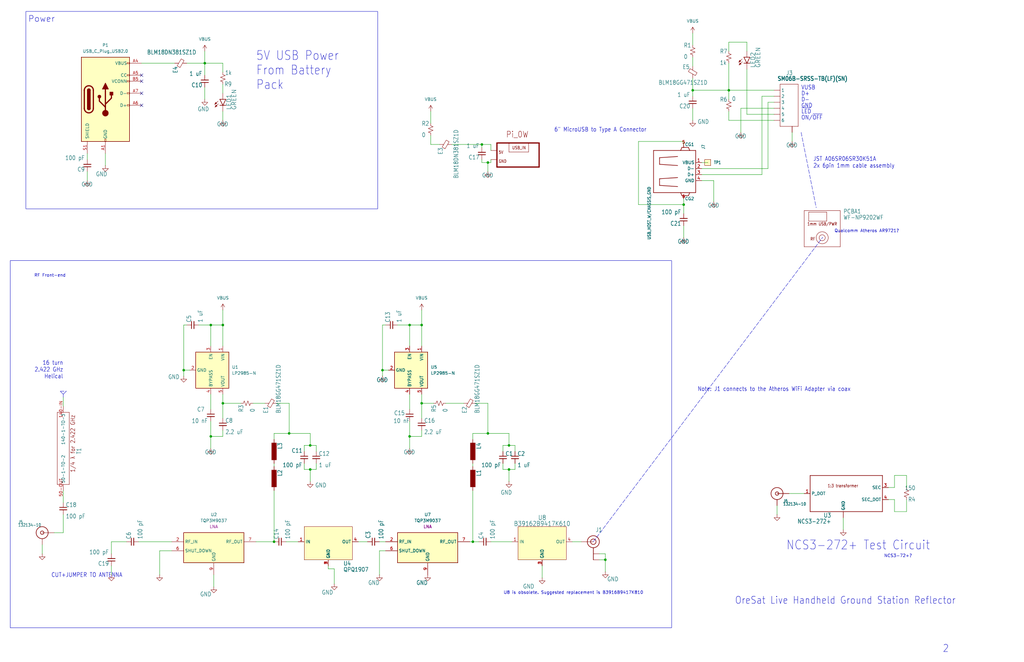
<source format=kicad_sch>
(kicad_sch (version 20231120) (generator "eeschema") (generator_version "8.0")
  (paper "B")
  (title_block (title "OreSat Live Handheld Ground Station") (date "2024-09-10") (rev "2"))
  (lib_symbols
    (symbol "Connector:USB_C_Plug_USB2.0" (pin_names (offset 1.016))
      (property "Reference" "P" (at -10.16 19.05 0))
      (property "Value" "USB_C_Plug_USB2.0" (at 12.7 19.05 0))
      (symbol "USB_C_Plug_USB2.0_1_1"
        (pin passive line (at 0 -22.86 90) (length 5.08) (name "GND") (number "A1"))
        (pin passive line (at 0 -22.86 90) (length 5.08) hide (name "GND") (number "A12"))
        (pin passive line (at 15.24 15.24 180) (length 5.08) (name "VBUS") (number "A4"))
        (pin bidirectional line (at 15.24 10.16 180) (length 5.08) (name "CC") (number "A5"))
        (pin bidirectional line (at 15.24 -2.54 180) (length 5.08) (name "D+") (number "A6"))
        (pin bidirectional line (at 15.24 2.54 180) (length 5.08) (name "D-") (number "A7"))
        (pin passive line (at 15.24 15.24 180) (length 5.08) hide (name "VBUS") (number "A9"))
        (pin passive line (at 0 -22.86 90) (length 5.08) hide (name "GND") (number "B1"))
        (pin passive line (at 0 -22.86 90) (length 5.08) hide (name "GND") (number "B12"))
        (pin passive line (at 15.24 15.24 180) (length 5.08) hide (name "VBUS") (number "B4"))
        (pin bidirectional line (at 15.24 7.62 180) (length 5.08) (name "VCONN") (number "B5"))
        (pin passive line (at 15.24 15.24 180) (length 5.08) hide (name "VBUS") (number "B9"))
        (pin passive line (at -7.62 -22.86 90) (length 5.08) (name "SHIELD") (number "S1"))
      )
    )
    (symbol "Device:C_Small" (pin_numbers hide) (pin_names (offset 0.254) hide)
      (property "Reference" "C" (at 0.254 1.778 0))
      (property "Value" "C_Small" (at 0.254 -2.032 0))
      (symbol "C_Small_1_1"
        (pin passive line (at 0 2.54 270) (length 2.032) (name "~") (number "1"))
        (pin passive line (at 0 -2.54 90) (length 2.032) (name "~") (number "2"))
      )
    )
    (symbol "Device:FerriteBead_Small" (pin_numbers hide) (pin_names (offset 0))
      (property "Reference" "FB" (at 1.905 1.27 0))
      (property "Value" "FerriteBead_Small" (at 1.905 -1.27 0))
      (symbol "FerriteBead_Small_1_1"
        (pin passive line (at 0 2.54 270) (length 1.27) (name "~") (number "1"))
        (pin passive line (at 0 -2.54 90) (length 1.27) (name "~") (number "2"))
      )
    )
    (symbol "Device:R_Small_US" (pin_numbers hide) (pin_names (offset 0.254) hide)
      (property "Reference" "R" (at 0.762 0.508 0))
      (property "Value" "R_Small_US" (at 0.762 -1.016 0))
      (symbol "R_Small_US_1_1"
        (pin passive line (at 0 2.54 270) (length 1.016) (name "~") (number "1"))
        (pin passive line (at 0 -2.54 90) (length 1.016) (name "~") (number "2"))
      )
    )
    (symbol "HGS_Reflector-eagle-import:132134-10"
      (property "Reference" "J" (at 2.54 -3.81 0))
      (property "Value" "132134-10" (at 2.54 -5.08 0))
      (symbol "132134-10_1_0"
        (pin passive line (at 5.08 0 180) (length 5.08) (name "SIG") (number "CENTER"))
        (pin passive line (at 0 -5.08 90) (length 2.54) (name "GND") (number "SHIELD"))
      )
    )
    (symbol "HGS_Reflector-eagle-import:L-EUL3216C"
      (property "Reference" "L" (at -1.4986 -3.81 90))
      (property "Value" "L-EUL3216C" (at 3.302 -3.81 90))
      (symbol "L-EUL3216C_1_0"
        (pin passive line (at 0 5.08 270) (length 2.54) (name "1") (number "1"))
        (pin passive line (at 0 -5.08 90) (length 2.54) (name "2") (number "2"))
      )
    )
    (symbol "HGS_Reflector-eagle-import:LED-GREEN0603"
      (property "Reference" "D" (at -3.429 -4.572 90))
      (property "Value" "LED-GREEN0603" (at 1.905 -4.572 90))
      (symbol "LED-GREEN0603_1_0"
        (pin passive line (at 0 2.54 270) (length 2.54) (name "A") (number "A"))
        (pin passive line (at 0 -5.08 90) (length 2.54) (name "C") (number "C"))
      )
    )
    (symbol "HGS_Reflector-eagle-import:NCS3-272+"
      (property "Reference" "U" (at 5.08 -10.16 0))
      (property "Value" "NCS3-272+" (at 5.08 -12.7 0))
      (symbol "NCS3-272+_1_0"
        (text "1:3 transformer" (at -6.35 2.54 0) (effects (font (size 1.27 1.0795)) (justify left bottom)))
        (pin passive line (at 16.51 0 180) (length 2.54) (name "P_DOT") (number "1"))
        (pin power_in line (at 0 -10.16 90) (length 2.54) (name "GND") (number "2"))
        (pin passive line (at -19.05 2.54 0) (length 2.54) (name "SEC") (number "3"))
        (pin passive line (at -19.05 -2.54 0) (length 2.54) (name "SEC_DOT") (number "4"))
        (pin power_in line (at 0 -10.16 90) (length 2.54) (name "GND") (number "5"))
      )
    )
    (symbol "HGS_Reflector-eagle-import:QWT2.4222"
      (property "Reference" "T" (at -2.54 -7.62 0))
      (symbol "QWT2.4222_1_0"
        (text "1/4 λ for 2.422 GHz" (at -10.16 -5.08 0) (effects (font (size 1.778 1.5113)) (justify left bottom)))
        (pin passive line (at 17.78 0 180) (length 2.54) (name "140-1-TO-3") (number "140-IN"))
        (pin passive line (at -17.78 0 0) (length 2.54) (name "50-1-TO-2") (number "50-OUT"))
      )
    )
    (symbol "HGS_Reflector-eagle-import:RASP_PI_0WPI_0W"
      (symbol "RASP_PI_0WPI_0W_1_0"
        (text "5V" (at -8.255 -1.905 0) (effects (font (size 1.27 1.0795)) (justify left bottom)))
        (text "GND" (at -8.255 1.905 0) (effects (font (size 1.27 1.0795)) (justify left bottom)))
        (text "Pi_0W" (at -5.08 -10.16 0) (effects (font (size 2.54 2.159)) (justify left bottom)))
        (text "USB_IN" (at -2.54 -3.81 0) (effects (font (size 1.27 1.0795)) (justify left bottom)))
        (pin bidirectional line (at -11.43 -1.905 0) (length 2.54) (name "5V") (number "5V"))
        (pin bidirectional line (at -11.43 1.905 0) (length 2.54) (name "GND") (number "GND"))
      )
    )
    (symbol "HGS_Reflector-eagle-import:SM06B-SRSS-TB(LF)(SN)"
      (property "Reference" "J" (at -5.08 10.16 0))
      (property "Value" "SM06B-SRSS-TB(LF)(SN)" (at -5.08 7.62 0))
      (symbol "SM06B-SRSS-TB(LF)(SN)_1_0"
        (pin passive line (at -7.62 5.08 0) (length 2.54) (name "1") (number "1"))
        (pin passive line (at -7.62 2.54 0) (length 2.54) (name "2") (number "2"))
        (pin passive line (at -7.62 0 0) (length 2.54) (name "3") (number "3"))
        (pin passive line (at -7.62 -2.54 0) (length 2.54) (name "4") (number "4"))
        (pin passive line (at -7.62 -5.08 0) (length 2.54) (name "5") (number "5"))
        (pin passive line (at -7.62 -7.62 0) (length 2.54) (name "6") (number "6"))
        (pin passive line (at 0 -12.7 90) (length 2.54) (name "7") (number "7"))
        (pin passive line (at 0 -12.7 90) (length 2.54) (name "7") (number "8"))
      )
    )
    (symbol "HGS_Reflector-eagle-import:U.FL"
      (property "Reference" "J" (at -3.81 4.064 0))
      (symbol "U.FL_1_0"
        (pin bidirectional line (at -2.54 -5.08 0) (length 2.54) (name "GND@0") (number "1"))
        (pin bidirectional line (at -2.54 -7.62 0) (length 2.54) (name "GND@1") (number "2"))
        (pin bidirectional line (at 5.08 0 180) (length 5.08) (name "SIGNAL") (number "FEED"))
      )
    )
    (symbol "HGS_Reflector-eagle-import:USB_HOST_W/CHASSIS_GND"
      (property "Reference" "X" (at -12.7 12.7 0))
      (property "Value" "USB_HOST_W{slash}CHASSIS_GND" (at 5.08 -10.16 0))
      (symbol "USB_HOST_W/CHASSIS_GND_1_0"
        (pin bidirectional line (at -5.08 12.7 270) (length 2.54) (name "VBUS") (number "1"))
        (pin bidirectional line (at -2.54 12.7 270) (length 2.54) (name "D-") (number "2"))
        (pin bidirectional line (at 0 12.7 270) (length 2.54) (name "D+") (number "3"))
        (pin bidirectional line (at 2.54 12.7 270) (length 2.54) (name "GND") (number "4"))
        (pin bidirectional line (at -12.7 5.08 90) (length 0) (name "CG1") (number "5"))
        (pin bidirectional line (at 10.16 5.08 90) (length 0) (name "CG2") (number "6"))
      )
    )
    (symbol "HGS_Reflector-eagle-import:WF-NP9202WF"
      (property "Reference" "PCBA" (at -2.54 -10.16 0))
      (property "Value" "WF-NP9202WF" (at -2.54 -12.7 0))
      (symbol "WF-NP9202WF_1_0"
        (text "1mm USB/PWR" (at -6.35 1.27 0) (effects (font (size 1.27 1.0795)) (justify left bottom)))
        (text "RF" (at -5.08 -5.08 0) (effects (font (size 1.27 1.0795)) (justify left bottom)))
      )
    )
    (symbol "oresat-ics:LP2985-N"
      (property "Reference" "U" (at 0 10.16 0))
      (property "Value" "LP2985-N" (at 0 7.62 0))
      (symbol "LP2985-N_1_1"
        (pin power_in line (at -10.16 3.81 0) (length 2.54) (name "VIN") (number "1"))
        (pin power_in line (at 0 -10.16 90) (length 2.54) (name "GND") (number "2"))
        (pin input line (at -10.16 -1.27 0) (length 2.54) (name "EN") (number "3"))
        (pin passive line (at 10.16 -1.27 180) (length 2.54) (name "BYPASS") (number "4"))
        (pin power_out line (at 10.16 3.81 180) (length 2.54) (name "VOUT") (number "5"))
      )
    )
    (symbol "oresat-ics:QPQ1907"
      (property "Reference" "U" (at -20.32 7.62 0))
      (symbol "QPQ1907_1_0"
        (pin input line (at -12.7 0 0) (length 2.54) (name "IN") (number "1"))
        (pin power_in line (at 0 -10.16 90) (length 2.54) (name "GND") (number "2"))
        (pin power_in line (at 0 -10.16 90) (length 2.54) (name "GND") (number "3"))
        (pin output line (at 12.7 0 180) (length 2.54) (name "OUT") (number "4"))
        (pin power_in line (at 0 -10.16 90) (length 2.54) (name "GND") (number "5"))
      )
    )
    (symbol "oresat-ics:TQP3M9037_1"
      (property "Reference" "U26" (at 17.272 -4.572 0))
      (property "Value" "TQP3M9037" (at 16.764 -7.62 0))
      (property "Description" "LNA" (at 16.51 -10.16 0))
      (symbol "TQP3M9037_1_1_1"
        (pin no_connect line (at 29.21 -30.48 90) (length 5.08) hide (name "NC_1") (number "1"))
        (pin passive line (at 0 -16.51 0) (length 5.08) (name "RF_IN") (number "2"))
        (pin no_connect line (at 25.4 -30.48 90) (length 5.08) hide (name "NC_2") (number "3"))
        (pin no_connect line (at 22.86 -30.48 90) (length 5.08) hide (name "NC_3") (number "4"))
        (pin no_connect line (at 35.56 -21.59 180) (length 5.08) hide (name "NC_4") (number "5"))
        (pin passive line (at 0 -20.32 0) (length 5.08) (name "SHUT_DOWN") (number "6"))
        (pin passive line (at 35.56 -16.51 180) (length 5.08) (name "RF_OUT") (number "7"))
        (pin no_connect line (at 35.56 -24.13 180) (length 5.08) hide (name "NC_5") (number "8"))
        (pin passive line (at 17.78 -30.48 90) (length 5.08) (name "GND") (number "9"))
      )
    )
    (symbol "oresat-misc:Test-Point-0.75mm-th" (exclude_from_sim yes) (in_bom no)
      (property "Reference" "TP" (at 0 2.54 0))
      (symbol "Test-Point-0.75mm-th_1_0"
        (pin passive line (at 0 0 0) (length 0) (name "1") (number "1"))
      )
    )
    (symbol "power:GND" (power) (pin_numbers hide) (pin_names (offset 0) hide)
      (property "Value" "GND" (at 0 -3.81 0))
      (symbol "GND_1_1"
        (pin power_in line (at 0 0 270) (length 0) (name "~") (number "1"))
      )
    )
    (symbol "power:VBUS" (power) (pin_numbers hide) (pin_names (offset 0) hide)
      (property "Value" "VBUS" (at 0 3.556 0))
      (symbol "VBUS_1_1"
        (pin power_in line (at 0 0 90) (length 0) (name "~") (number "1"))
      )
    )
  )
  (junction (at 172.72 184.15))
  (junction (at 214.63 198.12))
  (junction (at 88.9 184.15))
  (junction (at 77.47 156.21))
  (junction (at 255.27 236.22))
  (junction (at 177.8 170.18))
  (junction (at 93.98 137.16))
  (junction (at 292.1 38.1))
  (junction (at 121.92 182.88))
  (junction (at 203.2 60.96))
  (junction (at 130.81 198.12))
  (junction (at 214.63 187.96))
  (junction (at 307.34 38.1))
  (junction (at 88.9 137.16))
  (junction (at 172.72 137.16))
  (junction (at 205.74 182.88))
  (junction (at 86.36 26.67))
  (junction (at 205.74 68.58))
  (junction (at 177.8 137.16))
  (junction (at 161.29 156.21))
  (junction (at 288.29 86.36))
  (junction (at 93.98 170.18))
  (junction (at 130.81 187.96))
  (junction (at 199.39 228.6))
  (junction (at 115.57 228.6))
  (no_connect (at 59.69 31.75))
  (no_connect (at 59.69 44.45))
  (no_connect (at 59.69 34.29))
  (no_connect (at 59.69 39.37))
  (polyline (pts (xy 26.67 167.64) (xy 26.67 166.37)) (stroke (width 0) (type dash)))
  (wire (pts (xy 83.82 137.16) (xy 88.9 137.16)))
  (wire (pts (xy 382.27 200.66) (xy 382.27 205.74)))
  (wire (pts (xy 307.34 17.78) (xy 307.34 21.59)))
  (wire (pts (xy 292.1 24.13) (xy 292.1 27.94)))
  (wire (pts (xy 160.02 228.6) (xy 162.56 228.6)))
  (wire (pts (xy 172.72 172.72) (xy 172.72 166.37)))
  (wire (pts (xy 93.98 26.67) (xy 93.98 30.48)))
  (wire (pts (xy 199.39 182.88) (xy 205.74 182.88)))
  (wire (pts (xy 288.29 59.69) (xy 269.24 59.69)))
  (wire (pts (xy 161.29 156.21) (xy 161.29 158.75)))
  (wire (pts (xy 67.31 232.41) (xy 67.31 242.57)))
  (wire (pts (xy 160.02 232.41) (xy 160.02 242.57)))
  (wire (pts (xy 217.17 187.96) (xy 217.17 190.5)))
  (wire (pts (xy 133.35 198.12) (xy 130.81 198.12)))
  (wire (pts (xy 214.63 187.96) (xy 214.63 182.88)))
  (wire (pts (xy 90.17 242.57) (xy 90.17 247.65)))
  (wire (pts (xy 172.72 184.15) (xy 172.72 189.23)))
  (wire (pts (xy 205.74 170.18) (xy 205.74 182.88)))
  (wire (pts (xy 323.85 71.12) (xy 323.85 43.18)))
  (polyline (pts (xy 26.67 166.37) (xy 25.4 165.1)) (stroke (width 0) (type dash)))
  (wire (pts (xy 185.42 60.96) (xy 181.61 60.96)))
  (wire (pts (xy 115.57 185.42) (xy 115.57 182.88)))
  (wire (pts (xy 295.91 71.12) (xy 323.85 71.12)))
  (wire (pts (xy 26.67 217.17) (xy 26.67 224.79)))
  (wire (pts (xy 172.72 177.8) (xy 172.72 184.15)))
  (wire (pts (xy 138.43 238.76) (xy 138.43 240.03)))
  (wire (pts (xy 93.98 35.56) (xy 93.98 39.37)))
  (wire (pts (xy 199.39 195.58) (xy 199.39 196.85)))
  (wire (pts (xy 93.98 181.61) (xy 93.98 184.15)))
  (wire (pts (xy 107.95 228.6) (xy 115.57 228.6)))
  (wire (pts (xy 140.97 240.03) (xy 140.97 246.38)))
  (wire (pts (xy 228.6 238.76) (xy 228.6 243.84)))
  (wire (pts (xy 116.84 170.18) (xy 121.92 170.18)))
  (wire (pts (xy 255.27 236.22) (xy 255.27 241.3)))
  (wire (pts (xy 214.63 198.12) (xy 214.63 203.2)))
  (wire (pts (xy 161.29 156.21) (xy 163.83 156.21)))
  (wire (pts (xy 86.36 26.67) (xy 86.36 31.75)))
  (wire (pts (xy 307.34 17.78) (xy 314.96 17.78)))
  (wire (pts (xy 167.64 137.16) (xy 172.72 137.16)))
  (wire (pts (xy 121.92 182.88) (xy 121.92 170.18)))
  (wire (pts (xy 130.81 187.96) (xy 133.35 187.96)))
  (wire (pts (xy 377.19 200.66) (xy 382.27 200.66)))
  (wire (pts (xy 151.13 228.6) (xy 154.94 228.6)))
  (wire (pts (xy 26.67 171.45) (xy 26.67 167.64)))
  (wire (pts (xy 46.99 228.6) (xy 46.99 233.68)))
  (wire (pts (xy 36.83 72.39) (xy 36.83 76.2)))
  (wire (pts (xy 86.36 21.59) (xy 86.36 26.67)))
  (wire (pts (xy 115.57 195.58) (xy 115.57 196.85)))
  (wire (pts (xy 172.72 137.16) (xy 177.8 137.16)))
  (wire (pts (xy 334.01 55.88) (xy 334.01 59.69)))
  (wire (pts (xy 288.29 95.25) (xy 288.29 100.33)))
  (wire (pts (xy 288.29 60.96) (xy 288.29 59.69)))
  (wire (pts (xy 374.65 210.82) (xy 377.19 210.82)))
  (wire (pts (xy 162.56 232.41) (xy 160.02 232.41)))
  (polyline (pts (xy 25.4 165.1) (xy 27.94 165.1)) (stroke (width 0) (type dash)))
  (wire (pts (xy 214.63 187.96) (xy 217.17 187.96)))
  (wire (pts (xy 255.27 236.22) (xy 252.73 236.22)))
  (wire (pts (xy 77.47 156.21) (xy 80.01 156.21)))
  (wire (pts (xy 332.74 208.28) (xy 339.09 208.28)))
  (wire (pts (xy 205.74 68.58) (xy 205.74 72.39)))
  (wire (pts (xy 58.42 228.6) (xy 72.39 228.6)))
  (wire (pts (xy 77.47 137.16) (xy 77.47 156.21)))
  (wire (pts (xy 321.31 40.64) (xy 321.31 73.66)))
  (wire (pts (xy 300.99 76.2) (xy 300.99 85.09)))
  (wire (pts (xy 88.9 177.8) (xy 88.9 184.15)))
  (wire (pts (xy 161.29 137.16) (xy 161.29 156.21)))
  (wire (pts (xy 321.31 73.66) (xy 295.91 73.66)))
  (wire (pts (xy 255.27 236.22) (xy 255.27 233.68)))
  (wire (pts (xy 326.39 48.26) (xy 314.96 48.26)))
  (wire (pts (xy 214.63 182.88) (xy 205.74 182.88)))
  (wire (pts (xy 288.29 86.36) (xy 288.29 90.17)))
  (wire (pts (xy 212.09 198.12) (xy 212.09 195.58)))
  (wire (pts (xy 201.93 228.6) (xy 199.39 228.6)))
  (wire (pts (xy 22.86 224.79) (xy 26.67 224.79)))
  (wire (pts (xy 177.8 170.18) (xy 182.88 170.18)))
  (wire (pts (xy 207.01 68.58) (xy 205.74 68.58)))
  (wire (pts (xy 93.98 46.99) (xy 93.98 50.8)))
  (wire (pts (xy 44.45 64.77) (xy 44.45 69.85)))
  (wire (pts (xy 128.27 187.96) (xy 130.81 187.96)))
  (wire (pts (xy 17.78 229.87) (xy 17.78 233.68)))
  (wire (pts (xy 133.35 195.58) (xy 133.35 198.12)))
  (wire (pts (xy 269.24 86.36) (xy 288.29 86.36)))
  (wire (pts (xy 323.85 43.18) (xy 326.39 43.18)))
  (wire (pts (xy 203.2 60.96) (xy 203.2 62.23)))
  (wire (pts (xy 298.45 68.58) (xy 295.91 68.58)))
  (wire (pts (xy 128.27 198.12) (xy 130.81 198.12)))
  (wire (pts (xy 93.98 137.16) (xy 93.98 130.81)))
  (wire (pts (xy 128.27 198.12) (xy 128.27 195.58)))
  (wire (pts (xy 130.81 182.88) (xy 130.81 187.96)))
  (wire (pts (xy 198.12 228.6) (xy 199.39 228.6)))
  (wire (pts (xy 292.1 38.1) (xy 292.1 40.64)))
  (wire (pts (xy 314.96 48.26) (xy 314.96 29.21)))
  (wire (pts (xy 292.1 38.1) (xy 307.34 38.1)))
  (wire (pts (xy 121.92 182.88) (xy 130.81 182.88)))
  (wire (pts (xy 212.09 187.96) (xy 214.63 187.96)))
  (polyline (pts (xy 250.19 228.6) (xy 346.964 100.076)) (stroke (width 0) (type dash)))
  (wire (pts (xy 307.34 38.1) (xy 307.34 41.91)))
  (wire (pts (xy 307.34 26.67) (xy 307.34 38.1)))
  (wire (pts (xy 292.1 38.1) (xy 292.1 33.02)))
  (wire (pts (xy 187.96 170.18) (xy 195.58 170.18)))
  (wire (pts (xy 128.27 187.96) (xy 128.27 190.5)))
  (wire (pts (xy 177.8 170.18) (xy 177.8 166.37)))
  (wire (pts (xy 115.57 228.6) (xy 115.57 207.01)))
  (wire (pts (xy 120.65 228.6) (xy 125.73 228.6)))
  (polyline (pts (xy 337.82 55.88) (xy 344.17 87.63)) (stroke (width 0) (type dash)))
  (wire (pts (xy 172.72 184.15) (xy 177.8 184.15)))
  (wire (pts (xy 46.99 238.76) (xy 46.99 242.57)))
  (wire (pts (xy 212.09 198.12) (xy 214.63 198.12)))
  (wire (pts (xy 138.43 240.03) (xy 140.97 240.03)))
  (wire (pts (xy 177.8 181.61) (xy 177.8 184.15)))
  (wire (pts (xy 77.47 156.21) (xy 77.47 158.75)))
  (wire (pts (xy 115.57 182.88) (xy 121.92 182.88)))
  (wire (pts (xy 93.98 170.18) (xy 93.98 166.37)))
  (wire (pts (xy 241.3 228.6) (xy 245.11 228.6)))
  (wire (pts (xy 86.36 36.83) (xy 86.36 41.91)))
  (polyline (pts (xy 27.94 165.1) (xy 26.67 166.37)) (stroke (width 0) (type dash)))
  (wire (pts (xy 255.27 233.68) (xy 252.73 233.68)))
  (wire (pts (xy 205.74 68.58) (xy 203.2 68.58)))
  (wire (pts (xy 88.9 137.16) (xy 88.9 146.05)))
  (wire (pts (xy 314.96 17.78) (xy 314.96 21.59)))
  (wire (pts (xy 177.8 137.16) (xy 177.8 130.81)))
  (wire (pts (xy 200.66 170.18) (xy 205.74 170.18)))
  (wire (pts (xy 177.8 137.16) (xy 177.8 146.05)))
  (wire (pts (xy 133.35 187.96) (xy 133.35 190.5)))
  (wire (pts (xy 88.9 184.15) (xy 88.9 189.23)))
  (wire (pts (xy 53.34 228.6) (xy 46.99 228.6)))
  (wire (pts (xy 88.9 184.15) (xy 93.98 184.15)))
  (wire (pts (xy 269.24 59.69) (xy 269.24 86.36)))
  (wire (pts (xy 217.17 198.12) (xy 214.63 198.12)))
  (wire (pts (xy 77.47 137.16) (xy 78.74 137.16)))
  (wire (pts (xy 93.98 170.18) (xy 101.6 170.18)))
  (wire (pts (xy 106.68 170.18) (xy 111.76 170.18)))
  (wire (pts (xy 181.61 57.15) (xy 181.61 60.96)))
  (wire (pts (xy 292.1 13.97) (xy 292.1 19.05)))
  (wire (pts (xy 199.39 228.6) (xy 199.39 207.01)))
  (wire (pts (xy 326.39 40.64) (xy 321.31 40.64)))
  (wire (pts (xy 295.91 76.2) (xy 300.99 76.2)))
  (wire (pts (xy 161.29 137.16) (xy 162.56 137.16)))
  (wire (pts (xy 203.2 67.31) (xy 203.2 68.58)))
  (wire (pts (xy 377.19 210.82) (xy 377.19 215.9)))
  (wire (pts (xy 374.65 205.74) (xy 377.19 205.74)))
  (wire (pts (xy 93.98 137.16) (xy 93.98 146.05)))
  (wire (pts (xy 26.67 207.01) (xy 26.67 212.09)))
  (wire (pts (xy 207.01 228.6) (xy 215.9 228.6)))
  (wire (pts (xy 307.34 50.8) (xy 326.39 50.8)))
  (wire (pts (xy 212.09 187.96) (xy 212.09 190.5)))
  (wire (pts (xy 288.29 83.82) (xy 288.29 86.36)))
  (wire (pts (xy 86.36 26.67) (xy 93.98 26.67)))
  (wire (pts (xy 130.81 198.12) (xy 130.81 203.2)))
  (wire (pts (xy 355.6 218.44) (xy 355.6 223.52)))
  (wire (pts (xy 377.19 205.74) (xy 377.19 200.66)))
  (wire (pts (xy 207.01 67.31) (xy 207.01 68.58)))
  (wire (pts (xy 377.19 215.9) (xy 382.27 215.9)))
  (wire (pts (xy 207.01 60.96) (xy 207.01 63.5)))
  (wire (pts (xy 177.8 170.18) (xy 177.8 176.53)))
  (wire (pts (xy 36.83 64.77) (xy 36.83 67.31)))
  (wire (pts (xy 181.61 46.99) (xy 181.61 52.07)))
  (wire (pts (xy 88.9 172.72) (xy 88.9 166.37)))
  (wire (pts (xy 78.74 26.67) (xy 86.36 26.67)))
  (wire (pts (xy 203.2 60.96) (xy 207.01 60.96)))
  (wire (pts (xy 199.39 185.42) (xy 199.39 182.88)))
  (wire (pts (xy 172.72 137.16) (xy 172.72 146.05)))
  (wire (pts (xy 326.39 45.72) (xy 312.42 45.72)))
  (wire (pts (xy 59.69 26.67) (xy 73.66 26.67)))
  (wire (pts (xy 307.34 38.1) (xy 326.39 38.1)))
  (wire (pts (xy 307.34 46.99) (xy 307.34 50.8)))
  (wire (pts (xy 93.98 170.18) (xy 93.98 176.53)))
  (wire (pts (xy 67.31 232.41) (xy 72.39 232.41)))
  (wire (pts (xy 292.1 45.72) (xy 292.1 50.8)))
  (wire (pts (xy 217.17 195.58) (xy 217.17 198.12)))
  (wire (pts (xy 312.42 45.72) (xy 312.42 55.88)))
  (wire (pts (xy 88.9 137.16) (xy 93.98 137.16)))
  (wire (pts (xy 190.5 60.96) (xy 203.2 60.96)))
  (wire (pts (xy 382.27 210.82) (xy 382.27 215.9)))
  (wire (pts (xy 327.66 213.36) (xy 327.66 217.17)))
  (rectangle (start 10.922 4.826) (end 159.258 88.138))
  (rectangle (start 4.318 109.982) (end 283.21 264.922))
  (text "JST A06SR06SR30K51A\n2x 6pin 1mm cable assembly" (at 342.9 71.12 0) (effects (font (size 1.778 1.5113)) (justify left bottom)))
  (text "Qualcomm Atheros AR9721?" (at 365.506 97.536 0) (effects (font (size 1.27 1.27))))
  (text "CUT+JUMPER TO ANTENNA" (at 21.59 243.84 0) (effects (font (size 1.778 1.5113)) (justify left bottom)))
  (text "6\" MicroUSB to Type A Connector" (at 233.68 55.88 0) (effects (font (size 1.778 1.5113)) (justify left bottom)))
  (text "2" (at 397.51 275.59 0) (effects (font (size 3.048 2.5908)) (justify left bottom)))
  (text "ON/~{OFF}" (at 337.82 50.8 0) (effects (font (size 1.778 1.5113)) (justify left bottom)))
  (text "Note: J1 connects to the Atheros WiFi Adapter via coax" (at 294.132 165.354 0) (effects (font (size 1.778 1.5113)) (justify left bottom)))
  (text "5V USB Power\nFrom Battery\nPack" (at 107.95 38.1 0) (effects (font (size 3.81 3.2385)) (justify left bottom)))
  (text "D-" (at 337.82 43.18 0) (effects (font (size 1.778 1.5113)) (justify left bottom)))
  (text "OreSat Live Handheld Ground Station Reflector" (at 309.88 255.27 0) (effects (font (size 3.048 2.5908)) (justify left bottom)))
  (text "VUSB" (at 337.82 38.1 0) (effects (font (size 1.778 1.5113)) (justify left bottom)))
  (text "RF Front-end" (at 21.082 116.332 0) (effects (font (size 1.27 1.27))))
  (text "NCS3-272+ Test Circuit" (at 331.47 232.41 0) (effects (font (size 3.81 3.2385)) (justify left bottom)))
  (text "16 turn\n2.422 GHz\nHelical" (at 26.67 160.02 0) (effects (font (size 1.778 1.5113)) (justify right bottom)))
  (text "Power" (at 17.526 8.128 0) (effects (font (size 2.54 2.54))))
  (text "~{LED}" (at 337.82 48.26 0) (effects (font (size 1.778 1.5113)) (justify left bottom)))
  (text "U8 is obsolete. Suggested replacement is B3916B9417K810" (at 241.808 250.19 0) (effects (font (size 1.27 1.27))))
  (text "D+" (at 337.82 40.64 0) (effects (font (size 1.778 1.5113)) (justify left bottom)))
  (text "NCS3-72+?" (at 378.714 234.696 0) (effects (font (size 1.27 1.27))))
  (text "GND" (at 337.82 45.72 0) (effects (font (size 1.778 1.5113)) (justify left bottom)))
  (symbol (lib_id "Device:R_Small_US") (at 104.14 170.18 90) (unit 1)
    (property "Reference" "R3" (at 102.6414 173.99 0) (effects (font (size 1.778 1.5113)) (justify left bottom)))
    (property "Value" "0" (at 107.442 173.99 0) (effects (font (size 1.778 1.5113)) (justify left bottom)))
    (property "Footprint" ".0603-B-NOSILK" (effects (hide yes)))
    (property "Description" "Resistor, small US symbol" (effects (hide yes)))
  )
  (symbol (lib_id "power:GND") (at 46.99 242.57 0) (unit 1)
    (property "Reference" "#GND022" (effects (hide yes)))
    (property "Value" "GND" (effects (hide yes)))
    (property "Description" "Power symbol creates a global label with name \"GND\" , ground" (effects (hide yes)))
  )
  (symbol (lib_id "power:GND") (at 17.78 233.68 0) (unit 1)
    (property "Reference" "#GND010" (effects (hide yes)))
    (property "Value" "GND" (effects (hide yes)))
    (property "Description" "Power symbol creates a global label with name \"GND\" , ground" (effects (hide yes)))
  )
  (symbol (lib_id "Device:C_Small") (at 128.27 193.04 0) (unit 1)
    (property "Reference" "C11" (at 122.936 191.135 0) (effects (font (size 1.778 1.5113)) (justify left bottom)))
    (property "Value" "100 pF" (at 119.126 197.231 0) (effects (font (size 1.778 1.5113)) (justify left bottom)))
    (property "Footprint" ".0603-C-NOSILK" (effects (hide yes)))
    (property "Description" "Unpolarized capacitor, small symbol" (effects (hide yes)))
  )
  (symbol (lib_id "Device:R_Small_US") (at 93.98 33.02 180) (unit 1)
    (property "Reference" "R9" (at 97.79 34.5186 0) (effects (font (size 1.778 1.5113)) (justify left bottom)))
    (property "Value" "1k" (at 97.79 29.718 0) (effects (font (size 1.778 1.5113)) (justify left bottom)))
    (property "Footprint" ".0603-B-NOSILK" (effects (hide yes)))
    (property "Description" "Resistor, small US symbol" (effects (hide yes)))
  )
  (symbol (lib_id "HGS_Reflector-eagle-import:L-EUL3216C") (at 115.57 190.5 180) (unit 1)
    (property "Reference" "L3" (at 117.0686 186.69 90) (effects (font (size 1.778 1.5113)) (justify left bottom)))
    (property "Value" "8n" (effects (hide yes)))
    (property "Footprint" "L3216C" (effects (hide yes)))
  )
  (symbol (lib_id "Device:C_Small") (at 46.99 236.22 180) (unit 1)
    (property "Reference" "C19" (at 45.974 236.855 0) (effects (font (size 1.778 1.5113)) (justify left bottom)))
    (property "Value" "100 pF" (at 45.974 232.029 0) (effects (font (size 1.778 1.5113)) (justify left bottom)))
    (property "Footprint" ".0402-C-NOSILK" (effects (hide yes)))
    (property "Description" "Unpolarized capacitor, small symbol" (effects (hide yes)))
  )
  (symbol (lib_id "Device:FerriteBead_Small") (at 292.1 30.48 0) (unit 1)
    (property "Reference" "E5" (at 287.782 29.21 0) (effects (font (size 1.778 1.5113)) (justify left bottom)))
    (property "Value" "BLM18GG471SZ1D" (at 277.622 35.814 0) (effects (font (size 1.778 1.5113)) (justify left bottom)))
    (property "Footprint" ".0603-B" (effects (hide yes)))
    (property "Description" "Ferrite bead, small symbol" (effects (hide yes)))
  )
  (symbol (lib_id "HGS_Reflector-eagle-import:QWT2.4222") (at 26.67 189.23 90) (unit 1)
    (property "Reference" "T1" (at 34.29 191.77 0) (effects (font (size 1.778 1.5113)) (justify left bottom)))
    (property "Value" "QWT2.4222" (effects (hide yes)))
    (property "Footprint" "QWT_2.422G-V2" (effects (hide yes)))
  )
  (symbol (lib_id "power:GND") (at 36.83 76.2 0) (unit 1)
    (property "Reference" "#GND012" (effects (hide yes)))
    (property "Value" "GND" (at 34.29 78.74 0) (effects (font (size 1.778 1.5113)) (justify left bottom)))
    (property "Description" "Power symbol creates a global label with name \"GND\" , ground" (effects (hide yes)))
  )
  (symbol (lib_id "power:GND") (at 214.63 203.2 0) (unit 1)
    (property "Reference" "#GND07" (effects (hide yes)))
    (property "Value" "GND" (at 211.074 208.788 0) (effects (font (size 1.778 1.5113)) (justify left bottom)))
    (property "Description" "Power symbol creates a global label with name \"GND\" , ground" (effects (hide yes)))
  )
  (symbol (lib_id "Device:R_Small_US") (at 307.34 24.13 0) (unit 1)
    (property "Reference" "R7" (at 303.53 22.6314 0) (effects (font (size 1.778 1.5113)) (justify left bottom)))
    (property "Value" "1k" (at 303.53 27.432 0) (effects (font (size 1.778 1.5113)) (justify left bottom)))
    (property "Footprint" ".0603-B-NOSILK" (effects (hide yes)))
    (property "Description" "Resistor, small US symbol" (effects (hide yes)))
  )
  (symbol (lib_id "HGS_Reflector-eagle-import:132134-10") (at 327.66 208.28 0) (unit 1)
    (property "Reference" "J6" (at 330.2 212.09 0) (effects (font (size 1.2708 1.0801)) (justify left bottom)))
    (property "Value" "132134-10" (at 330.2 213.36 0) (effects (font (size 1.2703 1.0797)) (justify left bottom)))
    (property "Footprint" "132134-10" (effects (hide yes)))
  )
  (symbol (lib_id "Connector:USB_C_Plug_USB2.0") (at 44.45 41.91 0) (unit 1)
    (property "Reference" "P1" (at 44.45 19.05 0))
    (property "Value" "USB_C_Plug_USB2.0" (at 44.45 21.59 0))
    (property "Datasheet" "https://www.usb.org/sites/default/files/documents/usb_type-c.zip" (effects (hide yes)))
    (property "Description" "USB 2.0-only Type-C Plug connector" (effects (hide yes)))
  )
  (symbol (lib_id "power:GND") (at 327.66 217.17 0) (unit 1)
    (property "Reference" "#GND020" (effects (hide yes)))
    (property "Value" "GND" (effects (hide yes)))
    (property "Description" "Power symbol creates a global label with name \"GND\" , ground" (effects (hide yes)))
  )
  (symbol (lib_id "Device:C_Small") (at 165.1 137.16 90) (unit 1)
    (property "Reference" "C13" (at 164.465 136.144 0) (effects (font (size 1.778 1.5113)) (justify left bottom)))
    (property "Value" "1 uF" (at 169.291 136.144 0) (effects (font (size 1.778 1.5113)) (justify left bottom)))
    (property "Footprint" ".0603-B-NOSILK" (effects (hide yes)))
    (property "Description" "Unpolarized capacitor, small symbol" (effects (hide yes)))
  )
  (symbol (lib_id "oresat-ics:LP2985-N") (at 90.17 156.21 270) (unit 1)
    (property "Reference" "U1" (at 97.79 154.9399 90) (effects (justify left)))
    (property "Value" "LP2985-N" (at 97.79 157.4799 90) (effects (justify left)))
    (property "Footprint" "Package_TO_SOT_SMD:SOT-23-5" (effects (hide yes)))
    (property "Datasheet" "https://www.ti.com/lit/ds/symlink/lp2985-n.pdf" (effects (hide yes)))
    (property "Description" "150-mA, Low-Noise, Low-Dropout Regulator With Shutdown" (effects (hide yes)))
  )
  (symbol (lib_id "HGS_Reflector-eagle-import:RASP_PI_0WPI_0W") (at 218.44 65.405 0) (mirror x) (unit 1)
    (property "Reference" "PCBA2" (effects (hide yes)))
    (property "Value" "RASP_PI_0WPI_0W" (effects (hide yes)))
    (property "Footprint" "RASP_PI_0W" (effects (hide yes)))
  )
  (symbol (lib_id "power:GND") (at 44.45 69.85 0) (unit 1)
    (property "Reference" "#GND014" (effects (hide yes)))
    (property "Value" "GND" (at 40.386 74.422 0) (effects (font (size 1.778 1.5113)) (justify left bottom)))
    (property "Description" "Power symbol creates a global label with name \"GND\" , ground" (effects (hide yes)))
  )
  (symbol (lib_id "power:GND") (at 334.01 59.69 0) (unit 1)
    (property "Reference" "#GND024" (effects (hide yes)))
    (property "Value" "GND" (at 331.47 62.23 0) (effects (font (size 1.778 1.5113)) (justify left bottom)))
    (property "Description" "Power symbol creates a global label with name \"GND\" , ground" (effects (hide yes)))
  )
  (symbol (lib_id "power:GND") (at 255.27 241.3 0) (mirror y) (unit 1)
    (property "Reference" "#GND02" (effects (hide yes)))
    (property "Value" "GND" (at 260.858 245.364 0) (effects (font (size 1.778 1.5113)) (justify left bottom)))
    (property "Description" "Power symbol creates a global label with name \"GND\" , ground" (effects (hide yes)))
  )
  (symbol (lib_id "power:GND") (at 77.47 158.75 0) (unit 1)
    (property "Reference" "#GND05" (effects (hide yes)))
    (property "Value" "GND" (at 70.866 160.02 0) (effects (font (size 1.778 1.5113)) (justify left bottom)))
    (property "Description" "Power symbol creates a global label with name \"GND\" , ground" (effects (hide yes)))
  )
  (symbol (lib_id "oresat-misc:Test-Point-0.75mm-th") (at 298.45 68.58 0) (unit 1) (exclude_from_sim yes) (in_bom no)
    (property "Reference" "TP1" (at 300.99 68.5799 0) (effects (font (size 1.27 1.0795)) (justify left)))
    (property "Value" "Test-Point" (effects (hide yes)))
    (property "Footprint" "oresat-misc:TestPoint-0.75mm-th" (effects (hide yes)))
    (property "Description" "0.75 mm TH test point; good for scope probes and jumpers" (effects (hide yes)))
  )
  (symbol (lib_id "power:GND") (at 93.98 50.8 0) (unit 1)
    (property "Reference" "#GND06" (effects (hide yes)))
    (property "Value" "GND" (at 91.44 53.34 0) (effects (font (size 1.778 1.5113)) (justify left bottom)))
    (property "Description" "Power symbol creates a global label with name \"GND\" , ground" (effects (hide yes)))
  )
  (symbol (lib_id "power:VBUS") (at 292.1 13.97 0) (unit 1)
    (property "Reference" "#PWR04" (effects (hide yes)))
    (property "Value" "VBUS" (at 292.1 8.89 0))
    (property "Description" "Power symbol creates a global label with name \"VBUS\"" (effects (hide yes)))
  )
  (symbol (lib_id "power:GND") (at 312.42 55.88 0) (unit 1)
    (property "Reference" "#GND025" (effects (hide yes)))
    (property "Value" "GND" (at 309.88 58.42 0) (effects (font (size 1.778 1.5113)) (justify left bottom)))
    (property "Description" "Power symbol creates a global label with name \"GND\" , ground" (effects (hide yes)))
  )
  (symbol (lib_id "Device:C_Small") (at 133.35 193.04 0) (unit 1)
    (property "Reference" "C12" (at 134.366 192.405 0) (effects (font (size 1.778 1.5113)) (justify left bottom)))
    (property "Value" "1 uF" (at 134.366 197.231 0) (effects (font (size 1.778 1.5113)) (justify left bottom)))
    (property "Footprint" ".0603-C-NOSILK" (effects (hide yes)))
    (property "Description" "Unpolarized capacitor, small symbol" (effects (hide yes)))
  )
  (symbol (lib_id "power:GND") (at 67.31 242.57 0) (unit 1)
    (property "Reference" "#GND015" (effects (hide yes)))
    (property "Value" "GND" (effects (hide yes)))
    (property "Description" "Power symbol creates a global label with name \"GND\" , ground" (effects (hide yes)))
  )
  (symbol (lib_id "Device:C_Small") (at 204.47 228.6 90) (unit 1)
    (property "Reference" "C4" (at 203.835 227.584 0) (effects (font (size 1.778 1.5113)) (justify left bottom)))
    (property "Value" "100 pF" (at 208.661 227.584 0) (effects (font (size 1.778 1.5113)) (justify left bottom)))
    (property "Footprint" ".0402-C-NOSILK" (effects (hide yes)))
    (property "Description" "Unpolarized capacitor, small symbol" (effects (hide yes)))
  )
  (symbol (lib_id "power:GND") (at 205.74 72.39 0) (unit 1)
    (property "Reference" "#GND019" (effects (hide yes)))
    (property "Value" "GND" (at 203.2 74.93 0) (effects (font (size 1.778 1.5113)) (justify left bottom)))
    (property "Description" "Power symbol creates a global label with name \"GND\" , ground" (effects (hide yes)))
  )
  (symbol (lib_id "power:VBUS") (at 177.8 130.81 0) (unit 1)
    (property "Reference" "#PWR05" (effects (hide yes)))
    (property "Value" "VBUS" (at 177.8 125.73 0))
    (property "Description" "Power symbol creates a global label with name \"VBUS\"" (effects (hide yes)))
  )
  (symbol (lib_id "Device:C_Small") (at 118.11 228.6 90) (unit 1)
    (property "Reference" "C14" (at 117.475 227.584 0) (effects (font (size 1.778 1.5113)) (justify left bottom)))
    (property "Value" "100 pF" (at 122.301 227.584 0) (effects (font (size 1.778 1.5113)) (justify left bottom)))
    (property "Footprint" ".0402-C-NOSILK" (effects (hide yes)))
    (property "Description" "Unpolarized capacitor, small symbol" (effects (hide yes)))
  )
  (symbol (lib_id "Device:C_Small") (at 288.29 92.71 180) (unit 1)
    (property "Reference" "C21" (at 287.274 93.345 0) (effects (font (size 1.778 1.5113)) (justify left bottom)))
    (property "Value" "100 pF" (at 287.274 88.519 0) (effects (font (size 1.778 1.5113)) (justify left bottom)))
    (property "Footprint" ".0603-C-NOSILK" (effects (hide yes)))
    (property "Description" "Unpolarized capacitor, small symbol" (effects (hide yes)))
  )
  (symbol (lib_id "oresat-ics:TQP3M9037_1") (at 162.56 212.09 0) (unit 1)
    (property "Reference" "U7" (at 180.34 217.17 0))
    (property "Value" "TQP3M9037" (at 180.34 219.71 0))
    (property "Footprint" "SON50P200X200X95-9N-D" (effects (hide yes)))
    (property "Datasheet" "https://www.qorvo.com/products/d/da005549" (effects (hide yes)))
    (property "Description" "LNA" (at 180.34 222.25 0))
    (property "Height" "0.95" (effects (hide yes)))
    (property "MFR" "Qorvo" (effects (hide yes)))
    (property "MPN" "TQP3M9037" (effects (hide yes)))
    (property "Mouser Part Number" "772-TQP3M9037" (effects (hide yes)))
    (property "Mouser Price/Stock" "https://www.mouser.co.uk/ProductDetail/Qorvo/TQP3M9037?qs=73ok1p1Z9vsY6%252BSqiDpCeg%3D%3D" (effects (hide yes)))
  )
  (symbol (lib_id "HGS_Reflector-eagle-import:USB_HOST_W/CHASSIS_GND") (at 283.21 73.66 270) (unit 1)
    (property "Reference" "J7" (at 295.91 60.96 0) (effects (font (size 1.27 1.0795)) (justify left bottom)))
    (property "Value" "USB_HOST_W{slash}CHASSIS_GND" (at 273.05 78.74 0) (effects (font (size 1.27 1.0795)) (justify left bottom)))
    (property "Footprint" "GHI2_USB_HOST_HORIZONTAL_W_CHASSIS_GND" (effects (hide yes)))
  )
  (symbol (lib_id "oresat-ics:QPQ1907") (at 138.43 228.6 0) (unit 1)
    (property "Reference" "U4" (at 144.78 238.76 0) (effects (font (size 1.778 1.5113)) (justify left bottom)))
    (property "Value" "QPQ1907" (at 144.78 241.3 0) (effects (font (size 1.778 1.5113)) (justify left bottom)))
    (property "Footprint" "oresat-ics:QPQ1907SR" (effects (hide yes)))
    (property "Description" "2.4GHz BPF" (effects (hide yes)))
  )
  (symbol (lib_id "Device:C_Small") (at 157.48 228.6 90) (unit 1)
    (property "Reference" "C3" (at 156.21 227.33 0) (effects (font (size 1.778 1.5113)) (justify left bottom)))
    (property "Value" "100 pF" (at 161.671 227.584 0) (effects (font (size 1.778 1.5113)) (justify left bottom)))
    (property "Footprint" ".0402-C-NOSILK" (effects (hide yes)))
    (property "Description" "Unpolarized capacitor, small symbol" (effects (hide yes)))
  )
  (symbol (lib_id "Device:C_Small") (at 93.98 179.07 0) (unit 1)
    (property "Reference" "C8" (at 94.996 178.435 0) (effects (font (size 1.778 1.5113)) (justify left bottom)))
    (property "Value" "2.2 uF" (at 94.996 183.261 0) (effects (font (size 1.778 1.5113)) (justify left bottom)))
    (property "Footprint" ".0603-B-NOSILK" (effects (hide yes)))
    (property "Description" "Unpolarized capacitor, small symbol" (effects (hide yes)))
  )
  (symbol (lib_id "power:GND") (at 180.34 242.57 0) (unit 1)
    (property "Reference" "#GND08" (effects (hide yes)))
    (property "Value" "GND" (at 175.514 246.888 0) (effects (font (size 1.778 1.5113)) (justify left bottom)))
    (property "Description" "Power symbol creates a global label with name \"GND\" , ground" (effects (hide yes)))
  )
  (symbol (lib_id "Device:C_Small") (at 36.83 69.85 180) (unit 1)
    (property "Reference" "C9" (at 35.814 70.485 0) (effects (font (size 1.778 1.5113)) (justify left bottom)))
    (property "Value" "100 pF" (at 35.814 65.659 0) (effects (font (size 1.778 1.5113)) (justify left bottom)))
    (property "Footprint" ".0603-C-NOSILK" (effects (hide yes)))
    (property "Description" "Unpolarized capacitor, small symbol" (effects (hide yes)))
  )
  (symbol (lib_id "power:GND") (at 288.29 100.33 0) (unit 1)
    (property "Reference" "#GND027" (effects (hide yes)))
    (property "Value" "GND" (at 285.75 102.87 0) (effects (font (size 1.778 1.5113)) (justify left bottom)))
    (property "Description" "Power symbol creates a global label with name \"GND\" , ground" (effects (hide yes)))
  )
  (symbol (lib_id "power:GND") (at 160.02 242.57 0) (unit 1)
    (property "Reference" "#GND03" (effects (hide yes)))
    (property "Value" "GND" (at 155.194 246.888 0) (effects (font (size 1.778 1.5113)) (justify left bottom)))
    (property "Description" "Power symbol creates a global label with name \"GND\" , ground" (effects (hide yes)))
  )
  (symbol (lib_id "Device:R_Small_US") (at 185.42 170.18 90) (unit 1)
    (property "Reference" "R5" (at 183.9214 173.99 0) (effects (font (size 1.778 1.5113)) (justify left bottom)))
    (property "Value" "0" (at 188.722 173.99 0) (effects (font (size 1.778 1.5113)) (justify left bottom)))
    (property "Footprint" ".0603-B-NOSILK" (effects (hide yes)))
    (property "Description" "Resistor, small US symbol" (effects (hide yes)))
  )
  (symbol (lib_id "power:VBUS") (at 93.98 130.81 0) (unit 1)
    (property "Reference" "#PWR01" (effects (hide yes)))
    (property "Value" "VBUS" (at 93.98 125.73 0))
    (property "Description" "Power symbol creates a global label with name \"VBUS\"" (effects (hide yes)))
  )
  (symbol (lib_id "power:GND") (at 228.6 243.84 0) (unit 1)
    (property "Reference" "#GND04" (effects (hide yes)))
    (property "Value" "GND" (at 220.472 248.412 0) (effects (font (size 1.778 1.5113)) (justify left bottom)))
    (property "Description" "Power symbol creates a global label with name \"GND\" , ground" (effects (hide yes)))
  )
  (symbol (lib_id "power:GND") (at 161.29 158.75 0) (unit 1)
    (property "Reference" "#GND017" (effects (hide yes)))
    (property "Value" "GND" (at 158.75 161.29 0) (effects (font (size 1.778 1.5113)) (justify left bottom)))
    (property "Description" "Power symbol creates a global label with name \"GND\" , ground" (effects (hide yes)))
  )
  (symbol (lib_id "Device:R_Small_US") (at 382.27 208.28 180) (unit 1)
    (property "Reference" "R4" (at 386.08 209.7786 0) (effects (font (size 1.778 1.5113)) (justify left bottom)))
    (property "Value" "150" (at 386.08 204.978 0) (effects (font (size 1.778 1.5113)) (justify left bottom)))
    (property "Footprint" ".0402-C-NOSILK" (effects (hide yes)))
    (property "Description" "Resistor, small US symbol" (effects (hide yes)))
  )
  (symbol (lib_id "HGS_Reflector-eagle-import:L-EUL3216C") (at 199.39 190.5 180) (unit 1)
    (property "Reference" "L4" (at 200.8886 186.69 90) (effects (font (size 1.778 1.5113)) (justify left bottom)))
    (property "Value" "8n" (effects (hide yes)))
    (property "Footprint" "L3216C" (effects (hide yes)))
  )
  (symbol (lib_id "Device:C_Small") (at 203.2 64.77 180) (unit 1)
    (property "Reference" "C17" (at 202.184 65.405 0) (effects (font (size 1.778 1.5113)) (justify left bottom)))
    (property "Value" "1 uF" (at 202.184 60.579 0) (effects (font (size 1.778 1.5113)) (justify left bottom)))
    (property "Footprint" ".0603-B-NOSILK" (effects (hide yes)))
    (property "Description" "Unpolarized capacitor, small symbol" (effects (hide yes)))
  )
  (symbol (lib_id "Device:FerriteBead_Small") (at 76.2 26.67 90) (unit 1)
    (property "Reference" "E4" (at 74.93 30.988 0) (effects (font (size 1.778 1.5113)) (justify left bottom)))
    (property "Value" "BLM18DN381SZ1D" (at 82.804 21.082 90) (effects (font (size 1.778 1.5113)) (justify left bottom)))
    (property "Footprint" ".0603-B" (effects (hide yes)))
    (property "Description" "Ferrite bead, small symbol" (effects (hide yes)))
  )
  (symbol (lib_id "HGS_Reflector-eagle-import:U.FL") (at 250.19 228.6 0) (mirror y) (unit 1)
    (property "Reference" "J1" (at 254 224.536 0) (effects (font (size 1.778 1.5113)) (justify left bottom)))
    (property "Value" "U.FL" (effects (hide yes)))
    (property "Footprint" "U.FL" (effects (hide yes)))
  )
  (symbol (lib_id "Device:FerriteBead_Small") (at 187.96 60.96 90) (unit 1)
    (property "Reference" "E3" (at 186.69 65.278 0) (effects (font (size 1.778 1.5113)) (justify left bottom)))
    (property "Value" "BLM18DN381SZ1D" (at 193.294 75.438 0) (effects (font (size 1.778 1.5113)) (justify left bottom)))
    (property "Footprint" ".0603-B" (effects (hide yes)))
    (property "Description" "Ferrite bead, small symbol" (effects (hide yes)))
  )
  (symbol (lib_id "power:GND") (at 300.99 85.09 0) (unit 1)
    (property "Reference" "#GND026" (effects (hide yes)))
    (property "Value" "GND" (at 298.45 87.63 0) (effects (font (size 1.778 1.5113)) (justify left bottom)))
    (property "Description" "Power symbol creates a global label with name \"GND\" , ground" (effects (hide yes)))
  )
  (symbol (lib_id "HGS_Reflector-eagle-import:LED-GREEN0603") (at 93.98 41.91 0) (unit 1)
    (property "Reference" "LED1" (at 97.536 46.482 90) (effects (font (size 1.778 1.778)) (justify left bottom)))
    (property "Value" "GREEN" (at 99.695 46.482 90) (effects (font (size 1.778 1.778)) (justify left bottom)))
    (property "Footprint" "LED-0603" (effects (hide yes)))
  )
  (symbol (lib_id "HGS_Reflector-eagle-import:WF-NP9202WF") (at 346.71 96.52 0) (unit 1)
    (property "Reference" "PCBA1" (at 355.6 90.17 0) (effects (font (size 1.778 1.5113)) (justify left bottom)))
    (property "Value" "WF-NP9202WF" (at 355.6 92.71 0) (effects (font (size 1.778 1.5113)) (justify left bottom)))
    (property "Footprint" "WF-NP9202" (effects (hide yes)))
  )
  (symbol (lib_id "HGS_Reflector-eagle-import:NCS3-272+") (at 355.6 208.28 0) (mirror y) (unit 1)
    (property "Reference" "U3" (at 350.52 218.44 0) (effects (font (size 1.778 1.5113)) (justify left bottom)))
    (property "Value" "NCS3-272+" (at 350.52 220.98 0) (effects (font (size 1.778 1.5113)) (justify left bottom)))
    (property "Footprint" "GE0805C-1" (effects (hide yes)))
  )
  (symbol (lib_id "Device:C_Small") (at 292.1 43.18 180) (unit 1)
    (property "Reference" "C20" (at 291.084 43.815 0) (effects (font (size 1.778 1.5113)) (justify left bottom)))
    (property "Value" "1 uF" (at 291.084 38.989 0) (effects (font (size 1.778 1.5113)) (justify left bottom)))
    (property "Footprint" ".0603-B-NOSILK" (effects (hide yes)))
    (property "Description" "Unpolarized capacitor, small symbol" (effects (hide yes)))
  )
  (symbol (lib_id "power:VBUS") (at 86.36 21.59 0) (unit 1)
    (property "Reference" "#PWR02" (effects (hide yes)))
    (property "Value" "VBUS" (at 86.36 16.51 0))
    (property "Description" "Power symbol creates a global label with name \"VBUS\"" (effects (hide yes)))
  )
  (symbol (lib_id "power:GND") (at 90.17 247.65 0) (unit 1)
    (property "Reference" "#GND01" (effects (hide yes)))
    (property "Value" "GND" (at 84.328 251.714 0) (effects (font (size 1.778 1.5113)) (justify left bottom)))
    (property "Description" "Power symbol creates a global label with name \"GND\" , ground" (effects (hide yes)))
  )
  (symbol (lib_id "Device:C_Small") (at 172.72 175.26 0) (unit 1)
    (property "Reference" "C15" (at 166.116 175.26 0) (effects (font (size 1.778 1.5113)) (justify left bottom)))
    (property "Value" "10 nF" (at 165.862 178.562 0) (effects (font (size 1.778 1.5113)) (justify left bottom)))
    (property "Footprint" ".0603-B-NOSILK" (effects (hide yes)))
    (property "Description" "Unpolarized capacitor, small symbol" (effects (hide yes)))
  )
  (symbol (lib_id "power:GND") (at 130.81 203.2 0) (unit 1)
    (property "Reference" "#GND011" (effects (hide yes)))
    (property "Value" "GND" (at 132.842 205.74 0) (effects (font (size 1.778 1.5113)) (justify left bottom)))
    (property "Description" "Power symbol creates a global label with name \"GND\" , ground" (effects (hide yes)))
  )
  (symbol (lib_id "oresat-ics:LP2985-N") (at 173.99 156.21 270) (unit 1)
    (property "Reference" "U5" (at 181.61 154.9399 90) (effects (justify left)))
    (property "Value" "LP2985-N" (at 181.61 157.4799 90) (effects (justify left)))
    (property "Footprint" "Package_TO_SOT_SMD:SOT-23-5" (effects (hide yes)))
    (property "Datasheet" "https://www.ti.com/lit/ds/symlink/lp2985-n.pdf" (effects (hide yes)))
    (property "Description" "150-mA, Low-Noise, Low-Dropout Regulator With Shutdown" (effects (hide yes)))
  )
  (symbol (lib_id "power:GND") (at 292.1 50.8 0) (unit 1)
    (property "Reference" "#GND023" (effects (hide yes)))
    (property "Value" "GND" (at 294.132 52.324 0) (effects (font (size 1.778 1.5113)) (justify left bottom)))
    (property "Description" "Power symbol creates a global label with name \"GND\" , ground" (effects (hide yes)))
  )
  (symbol (lib_id "Device:C_Small") (at 88.9 175.26 0) (unit 1)
    (property "Reference" "C7" (at 83.058 173.736 0) (effects (font (size 1.778 1.5113)) (justify left bottom)))
    (property "Value" "10 nF" (at 80.772 178.562 0) (effects (font (size 1.778 1.5113)) (justify left bottom)))
    (property "Footprint" ".0603-B-NOSILK" (effects (hide yes)))
    (property "Description" "Unpolarized capacitor, small symbol" (effects (hide yes)))
  )
  (symbol (lib_id "power:GND") (at 86.36 41.91 0) (unit 1)
    (property "Reference" "#GND016" (effects (hide yes)))
    (property "Value" "GND" (at 83.312 46.99 0) (effects (font (size 1.778 1.5113)) (justify left bottom)))
    (property "Description" "Power symbol creates a global label with name \"GND\" , ground" (effects (hide yes)))
  )
  (symbol (lib_id "Device:C_Small") (at 86.36 34.29 180) (unit 1)
    (property "Reference" "C10" (at 85.344 34.925 0) (effects (font (size 1.778 1.5113)) (justify left bottom)))
    (property "Value" "1 uF" (at 85.344 30.099 0) (effects (font (size 1.778 1.5113)) (justify left bottom)))
    (property "Footprint" ".0603-B-NOSILK" (effects (hide yes)))
    (property "Description" "Unpolarized capacitor, small symbol" (effects (hide yes)))
  )
  (symbol (lib_id "HGS_Reflector-eagle-import:132134-10") (at 17.78 224.79 0) (unit 1)
    (property "Reference" "J5" (at 7.62 220.98 0) (effects (font (size 1.2708 1.0801)) (justify left bottom)))
    (property "Value" "132134-10" (at 7.62 222.25 0) (effects (font (size 1.2703 1.0797)) (justify left bottom)))
    (property "Footprint" "132134-10" (effects (hide yes)))
  )
  (symbol (lib_id "Device:C_Small") (at 55.88 228.6 90) (unit 1)
    (property "Reference" "C6" (at 55.245 227.584 0) (effects (font (size 1.778 1.5113)) (justify left bottom)))
    (property "Value" "100 pF" (at 60.071 227.584 0) (effects (font (size 1.778 1.5113)) (justify left bottom)))
    (property "Footprint" ".0402-C-NOSILK" (effects (hide yes)))
    (property "Description" "Unpolarized capacitor, small symbol" (effects (hide yes)))
  )
  (symbol (lib_id "Device:R_Small_US") (at 307.34 44.45 0) (unit 1)
    (property "Reference" "R6" (at 303.53 42.9514 0) (effects (font (size 1.778 1.5113)) (justify left bottom)))
    (property "Value" "0" (at 308.61 42.672 0) (effects (font (size 1.778 1.5113)) (justify left bottom)))
    (property "Footprint" ".0603-B-NOSILK" (effects (hide yes)))
    (property "Description" "Resistor, small US symbol" (effects (hide yes)))
  )
  (symbol (lib_id "power:GND") (at 140.97 246.38 0) (unit 1)
    (property "Reference" "#GND09" (effects (hide yes)))
    (property "Value" "GND" (at 135.636 250.952 0) (effects (font (size 1.778 1.5113)) (justify left bottom)))
    (property "Description" "Power symbol creates a global label with name \"GND\" , ground" (effects (hide yes)))
  )
  (symbol (lib_id "power:GND") (at 172.72 189.23 0) (unit 1)
    (property "Reference" "#GND018" (effects (hide yes)))
    (property "Value" "GND" (at 170.18 191.77 0) (effects (font (size 1.778 1.5113)) (justify left bottom)))
    (property "Description" "Power symbol creates a global label with name \"GND\" , ground" (effects (hide yes)))
  )
  (symbol (lib_id "Device:FerriteBead_Small") (at 114.3 170.18 90) (unit 1)
    (property "Reference" "E1" (at 113.03 174.498 0) (effects (font (size 1.778 1.5113)) (justify left bottom)))
    (property "Value" "BLM18GG471SZ1D" (at 118.364 174.498 0) (effects (font (size 1.778 1.5113)) (justify left bottom)))
    (property "Footprint" ".0603-B" (effects (hide yes)))
    (property "Description" "Ferrite bead, small symbol" (effects (hide yes)))
  )
  (symbol (lib_id "Device:FerriteBead_Small") (at 198.12 170.18 90) (unit 1)
    (property "Reference" "E2" (at 196.85 174.498 0) (effects (font (size 1.778 1.5113)) (justify left bottom)))
    (property "Value" "BLM18GG471SZ1D" (at 202.184 174.498 0) (effects (font (size 1.778 1.5113)) (justify left bottom)))
    (property "Footprint" ".0603-B" (effects (hide yes)))
    (property "Description" "Ferrite bead, small symbol" (effects (hide yes)))
  )
  (symbol (lib_id "Device:R_Small_US") (at 292.1 21.59 0) (unit 1)
    (property "Reference" "R1" (at 288.29 20.0914 0) (effects (font (size 1.778 1.5113)) (justify left bottom)))
    (property "Value" "0" (at 288.29 24.892 0) (effects (font (size 1.778 1.5113)) (justify left bottom)))
    (property "Footprint" ".0603-B-NOSILK" (effects (hide yes)))
    (property "Description" "Resistor, small US symbol" (effects (hide yes)))
  )
  (symbol (lib_id "power:GND") (at 88.9 189.23 0) (unit 1)
    (property "Reference" "#GND013" (effects (hide yes)))
    (property "Value" "GND" (at 86.36 191.77 0) (effects (font (size 1.778 1.5113)) (justify left bottom)))
    (property "Description" "Power symbol creates a global label with name \"GND\" , ground" (effects (hide yes)))
  )
  (symbol (lib_id "oresat-ics:TQP3M9037_1") (at 72.39 212.09 0) (unit 1)
    (property "Reference" "U2" (at 90.17 217.17 0))
    (property "Value" "TQP3M9037" (at 90.17 219.71 0))
    (property "Footprint" "SON50P200X200X95-9N-D" (effects (hide yes)))
    (property "Datasheet" "https://www.qorvo.com/products/d/da005549" (effects (hide yes)))
    (property "Description" "LNA" (at 90.17 222.25 0))
    (property "Height" "0.95" (effects (hide yes)))
    (property "MFR" "Qorvo" (effects (hide yes)))
    (property "MPN" "TQP3M9037" (effects (hide yes)))
    (property "Mouser Part Number" "772-TQP3M9037" (effects (hide yes)))
    (property "Mouser Price/Stock" "https://www.mouser.co.uk/ProductDetail/Qorvo/TQP3M9037?qs=73ok1p1Z9vsY6%252BSqiDpCeg%3D%3D" (effects (hide yes)))
  )
  (symbol (lib_id "Device:C_Small") (at 217.17 193.04 0) (unit 1)
    (property "Reference" "C2" (at 218.186 192.405 0) (effects (font (size 1.778 1.5113)) (justify left bottom)))
    (property "Value" "1 uF" (at 218.186 197.231 0) (effects (font (size 1.778 1.5113)) (justify left bottom)))
    (property "Footprint" ".0603-C-NOSILK" (effects (hide yes)))
    (property "Description" "Unpolarized capacitor, small symbol" (effects (hide yes)))
  )
  (symbol (lib_id "HGS_Reflector-eagle-import:L-EUL3216C") (at 199.39 201.93 180) (unit 1)
    (property "Reference" "L1" (at 200.8886 198.12 90) (effects (font (size 1.778 1.5113)) (justify left bottom)))
    (property "Value" "10n" (effects (hide yes)))
    (property "Footprint" "L3216C" (effects (hide yes)))
  )
  (symbol (lib_id "Device:C_Small") (at 81.28 137.16 90) (unit 1)
    (property "Reference" "C5" (at 80.645 136.144 0) (effects (font (size 1.778 1.5113)) (justify left bottom)))
    (property "Value" "1 uF" (at 85.471 136.144 0) (effects (font (size 1.778 1.5113)) (justify left bottom)))
    (property "Footprint" ".0603-B-NOSILK" (effects (hide yes)))
    (property "Description" "Unpolarized capacitor, small symbol" (effects (hide yes)))
  )
  (symbol (lib_id "Device:C_Small") (at 212.09 193.04 0) (unit 1)
    (property "Reference" "C1" (at 213.106 192.405 0) (effects (font (size 1.778 1.5113)) (justify left bottom)))
    (property "Value" "100 pF" (at 202.946 197.231 0) (effects (font (size 1.778 1.5113)) (justify left bottom)))
    (property "Footprint" ".0603-C-NOSILK" (effects (hide yes)))
    (property "Description" "Unpolarized capacitor, small symbol" (effects (hide yes)))
  )
  (symbol (lib_id "HGS_Reflector-eagle-import:L-EUL3216C") (at 115.57 201.93 180) (unit 1)
    (property "Reference" "L2" (at 117.0686 198.12 90) (effects (font (size 1.778 1.5113)) (justify left bottom)))
    (property "Value" "10n" (effects (hide yes)))
    (property "Footprint" "L3216C" (effects (hide yes)))
  )
  (symbol (lib_id "power:VBUS") (at 181.61 46.99 0) (unit 1)
    (property "Reference" "#PWR03" (effects (hide yes)))
    (property "Value" "VBUS" (at 181.61 41.91 0))
    (property "Description" "Power symbol creates a global label with name \"VBUS\"" (effects (hide yes)))
  )
  (symbol (lib_id "oresat-ics:QPQ1907") (at 228.6 228.6 0) (unit 1)
    (property "Reference" "U8" (at 228.6 218.44 0) (effects (font (size 1.9304 1.6408))))
    (property "Value" "B39162B9417K610" (at 228.6 220.98 0) (effects (font (size 1.9304 1.6408))))
    (property "Footprint" "Bidirectional_Amp:FIL_B39162B9417K610" (effects (hide yes)))
    (property "Description" "2.4GHz BPF" (effects (hide yes)))
  )
  (symbol (lib_id "HGS_Reflector-eagle-import:SM06B-SRSS-TB(LF)(SN)") (at 334.01 43.18 0) (unit 1)
    (property "Reference" "J3" (at 331.47 31.75 0) (effects (font (size 1.778 1.5113)) (justify left bottom)))
    (property "Value" "SM06B-SRSS-TB(LF)(SN)" (at 327.66 34.29 0) (effects (font (size 1.778 1.5113) (bold yes)) (justify left bottom)))
    (property "Footprint" "CONN_SM06B-SRSS-TB_JST" (effects (hide yes)))
  )
  (symbol (lib_id "Device:C_Small") (at 26.67 214.63 0) (unit 1)
    (property "Reference" "C18" (at 27.686 213.995 0) (effects (font (size 1.778 1.5113)) (justify left bottom)))
    (property "Value" "100 pF" (at 27.686 218.821 0) (effects (font (size 1.778 1.5113)) (justify left bottom)))
    (property "Footprint" ".0402-C-NOSILK" (effects (hide yes)))
    (property "Description" "Unpolarized capacitor, small symbol" (effects (hide yes)))
  )
  (symbol (lib_id "power:GND") (at 355.6 223.52 0) (unit 1)
    (property "Reference" "#GND021" (effects (hide yes)))
    (property "Value" "GND" (effects (hide yes)))
    (property "Description" "Power symbol creates a global label with name \"GND\" , ground" (effects (hide yes)))
  )
  (symbol (lib_id "HGS_Reflector-eagle-import:LED-GREEN0603") (at 314.96 24.13 0) (unit 1)
    (property "Reference" "LED2" (at 318.516 28.702 90) (effects (font (size 1.778 1.778)) (justify left bottom)))
    (property "Value" "GREEN" (at 320.675 28.702 90) (effects (font (size 1.778 1.778)) (justify left bottom)))
    (property "Footprint" "LED-0603" (effects (hide yes)))
  )
  (symbol (lib_id "Device:R_Small_US") (at 181.61 54.61 0) (unit 1)
    (property "Reference" "R2" (at 177.8 53.1114 0) (effects (font (size 1.778 1.5113)) (justify left bottom)))
    (property "Value" "0" (at 177.8 57.912 0) (effects (font (size 1.778 1.5113)) (justify left bottom)))
    (property "Footprint" ".0603-B-NOSILK" (effects (hide yes)))
    (property "Description" "Resistor, small US symbol" (effects (hide yes)))
  )
  (symbol (lib_id "Device:C_Small") (at 177.8 179.07 0) (unit 1)
    (property "Reference" "C16" (at 178.816 178.435 0) (effects (font (size 1.778 1.5113)) (justify left bottom)))
    (property "Value" "2.2 uF" (at 178.816 183.261 0) (effects (font (size 1.778 1.5113)) (justify left bottom)))
    (property "Footprint" ".0603-B-NOSILK" (effects (hide yes)))
    (property "Description" "Unpolarized capacitor, small symbol" (effects (hide yes)))
  )
)
</source>
